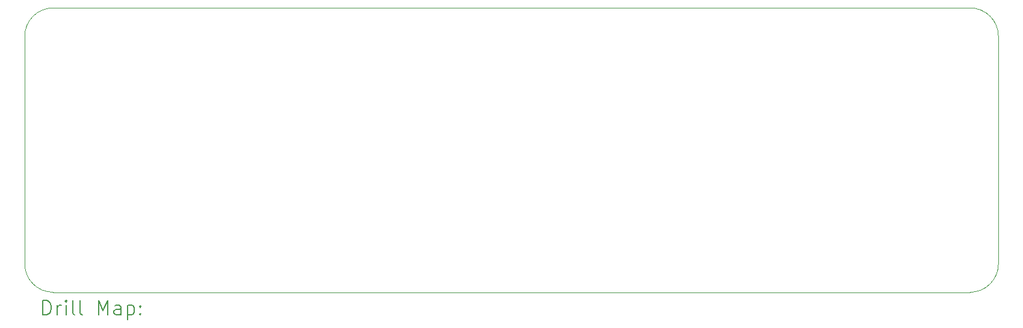
<source format=gbr>
%TF.GenerationSoftware,KiCad,Pcbnew,7.0.8*%
%TF.CreationDate,2024-02-01T01:18:02-07:00*%
%TF.ProjectId,loggerpanel,6c6f6767-6572-4706-916e-656c2e6b6963,v1*%
%TF.SameCoordinates,Original*%
%TF.FileFunction,Drillmap*%
%TF.FilePolarity,Positive*%
%FSLAX45Y45*%
G04 Gerber Fmt 4.5, Leading zero omitted, Abs format (unit mm)*
G04 Created by KiCad (PCBNEW 7.0.8) date 2024-02-01 01:18:02*
%MOMM*%
%LPD*%
G01*
G04 APERTURE LIST*
%ADD10C,0.100000*%
%ADD11C,0.200000*%
G04 APERTURE END LIST*
D10*
X21000000Y-12600000D02*
G75*
G03*
X21400000Y-12200000I0J400000D01*
G01*
X7700000Y-12200000D02*
G75*
G03*
X8100000Y-12600000I400000J0D01*
G01*
X21400000Y-9000000D02*
X21400000Y-12200000D01*
X21000000Y-12600000D02*
X8100000Y-12600000D01*
X21400000Y-9000000D02*
G75*
G03*
X21000000Y-8600000I-400000J0D01*
G01*
X8100000Y-8600000D02*
G75*
G03*
X7700000Y-9000000I0J-400000D01*
G01*
X7700000Y-12200000D02*
X7700000Y-9000000D01*
X8100000Y-8600000D02*
X21000000Y-8600000D01*
D11*
X7955777Y-12916484D02*
X7955777Y-12716484D01*
X7955777Y-12716484D02*
X8003396Y-12716484D01*
X8003396Y-12716484D02*
X8031967Y-12726008D01*
X8031967Y-12726008D02*
X8051015Y-12745055D01*
X8051015Y-12745055D02*
X8060539Y-12764103D01*
X8060539Y-12764103D02*
X8070062Y-12802198D01*
X8070062Y-12802198D02*
X8070062Y-12830769D01*
X8070062Y-12830769D02*
X8060539Y-12868865D01*
X8060539Y-12868865D02*
X8051015Y-12887912D01*
X8051015Y-12887912D02*
X8031967Y-12906960D01*
X8031967Y-12906960D02*
X8003396Y-12916484D01*
X8003396Y-12916484D02*
X7955777Y-12916484D01*
X8155777Y-12916484D02*
X8155777Y-12783150D01*
X8155777Y-12821246D02*
X8165301Y-12802198D01*
X8165301Y-12802198D02*
X8174824Y-12792674D01*
X8174824Y-12792674D02*
X8193872Y-12783150D01*
X8193872Y-12783150D02*
X8212920Y-12783150D01*
X8279586Y-12916484D02*
X8279586Y-12783150D01*
X8279586Y-12716484D02*
X8270062Y-12726008D01*
X8270062Y-12726008D02*
X8279586Y-12735531D01*
X8279586Y-12735531D02*
X8289110Y-12726008D01*
X8289110Y-12726008D02*
X8279586Y-12716484D01*
X8279586Y-12716484D02*
X8279586Y-12735531D01*
X8403396Y-12916484D02*
X8384348Y-12906960D01*
X8384348Y-12906960D02*
X8374824Y-12887912D01*
X8374824Y-12887912D02*
X8374824Y-12716484D01*
X8508158Y-12916484D02*
X8489110Y-12906960D01*
X8489110Y-12906960D02*
X8479586Y-12887912D01*
X8479586Y-12887912D02*
X8479586Y-12716484D01*
X8736729Y-12916484D02*
X8736729Y-12716484D01*
X8736729Y-12716484D02*
X8803396Y-12859341D01*
X8803396Y-12859341D02*
X8870063Y-12716484D01*
X8870063Y-12716484D02*
X8870063Y-12916484D01*
X9051015Y-12916484D02*
X9051015Y-12811722D01*
X9051015Y-12811722D02*
X9041491Y-12792674D01*
X9041491Y-12792674D02*
X9022444Y-12783150D01*
X9022444Y-12783150D02*
X8984348Y-12783150D01*
X8984348Y-12783150D02*
X8965301Y-12792674D01*
X9051015Y-12906960D02*
X9031967Y-12916484D01*
X9031967Y-12916484D02*
X8984348Y-12916484D01*
X8984348Y-12916484D02*
X8965301Y-12906960D01*
X8965301Y-12906960D02*
X8955777Y-12887912D01*
X8955777Y-12887912D02*
X8955777Y-12868865D01*
X8955777Y-12868865D02*
X8965301Y-12849817D01*
X8965301Y-12849817D02*
X8984348Y-12840293D01*
X8984348Y-12840293D02*
X9031967Y-12840293D01*
X9031967Y-12840293D02*
X9051015Y-12830769D01*
X9146253Y-12783150D02*
X9146253Y-12983150D01*
X9146253Y-12792674D02*
X9165301Y-12783150D01*
X9165301Y-12783150D02*
X9203396Y-12783150D01*
X9203396Y-12783150D02*
X9222444Y-12792674D01*
X9222444Y-12792674D02*
X9231967Y-12802198D01*
X9231967Y-12802198D02*
X9241491Y-12821246D01*
X9241491Y-12821246D02*
X9241491Y-12878388D01*
X9241491Y-12878388D02*
X9231967Y-12897436D01*
X9231967Y-12897436D02*
X9222444Y-12906960D01*
X9222444Y-12906960D02*
X9203396Y-12916484D01*
X9203396Y-12916484D02*
X9165301Y-12916484D01*
X9165301Y-12916484D02*
X9146253Y-12906960D01*
X9327205Y-12897436D02*
X9336729Y-12906960D01*
X9336729Y-12906960D02*
X9327205Y-12916484D01*
X9327205Y-12916484D02*
X9317682Y-12906960D01*
X9317682Y-12906960D02*
X9327205Y-12897436D01*
X9327205Y-12897436D02*
X9327205Y-12916484D01*
X9327205Y-12792674D02*
X9336729Y-12802198D01*
X9336729Y-12802198D02*
X9327205Y-12811722D01*
X9327205Y-12811722D02*
X9317682Y-12802198D01*
X9317682Y-12802198D02*
X9327205Y-12792674D01*
X9327205Y-12792674D02*
X9327205Y-12811722D01*
M02*

</source>
